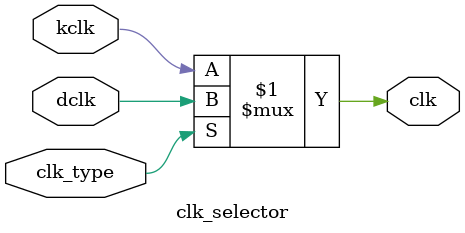
<source format=v>
module clk_selector
(
	input dclk,
	input kclk,
	input clk_type,
	output clk
);
assign clk = clk_type?dclk:kclk ;
endmodule
</source>
